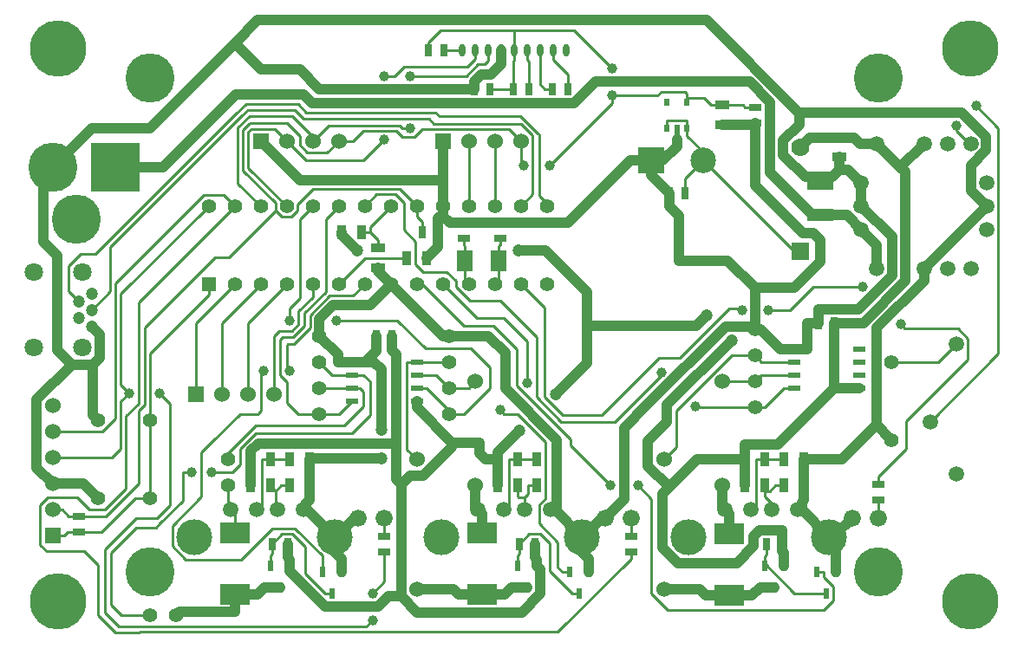
<source format=gbl>
G04 (created by PCBNEW (2013-07-07 BZR 4022)-stable) date 2015/05/31 23:09:02*
%MOIN*%
G04 Gerber Fmt 3.4, Leading zero omitted, Abs format*
%FSLAX34Y34*%
G01*
G70*
G90*
G04 APERTURE LIST*
%ADD10C,0.00590551*%
%ADD11R,0.06X0.06*%
%ADD12C,0.06*%
%ADD13R,0.025X0.045*%
%ADD14R,0.1X0.05*%
%ADD15R,0.035X0.055*%
%ADD16C,0.055*%
%ADD17R,0.055X0.055*%
%ADD18R,0.02X0.03*%
%ADD19R,0.045X0.025*%
%ADD20R,0.1181X0.0787*%
%ADD21R,0.0236X0.0394*%
%ADD22C,0.0984252*%
%ADD23R,0.0984252X0.0984252*%
%ADD24C,0.0591*%
%ADD25C,0.137795*%
%ADD26R,0.045X0.02*%
%ADD27R,0.055X0.035*%
%ADD28R,0.06X0.08*%
%ADD29C,0.0590551*%
%ADD30C,0.189*%
%ADD31R,0.189X0.189*%
%ADD32O,0.023622X0.0472441*%
%ADD33C,0.066*%
%ADD34C,0.0472441*%
%ADD35C,0.0708661*%
%ADD36C,0.07*%
%ADD37R,0.07X0.07*%
%ADD38C,0.216535*%
%ADD39C,0.188976*%
%ADD40C,0.0393701*%
%ADD41C,0.0393701*%
%ADD42C,0.01*%
%ADD43C,0.0199921*%
G04 APERTURE END LIST*
G54D10*
G54D11*
X53250Y-19500D03*
G54D12*
X54250Y-19500D03*
X55250Y-19500D03*
X56250Y-19500D03*
G54D11*
X46250Y-19500D03*
G54D12*
X47250Y-19500D03*
X48250Y-19500D03*
X49250Y-19500D03*
G54D13*
X62550Y-21500D03*
X61950Y-21500D03*
X52450Y-23000D03*
X53050Y-23000D03*
G54D14*
X67750Y-22350D03*
X67750Y-21150D03*
G54D15*
X51875Y-24000D03*
X52625Y-24000D03*
G54D11*
X38250Y-34692D03*
G54D12*
X38250Y-33692D03*
X38250Y-32692D03*
X38250Y-31692D03*
X38250Y-30692D03*
X38250Y-29692D03*
G54D16*
X45250Y-25000D03*
X46250Y-25000D03*
X47250Y-25000D03*
X48250Y-25000D03*
X49250Y-25000D03*
X50250Y-25000D03*
X51250Y-25000D03*
X52250Y-25000D03*
X53250Y-25000D03*
X54250Y-25000D03*
X55250Y-25000D03*
X56250Y-25000D03*
X57250Y-25000D03*
G54D17*
X44250Y-25000D03*
G54D16*
X57250Y-22000D03*
X56250Y-22000D03*
X55250Y-22000D03*
X54250Y-22000D03*
X53250Y-22000D03*
X52250Y-22000D03*
X51250Y-22000D03*
X50250Y-22000D03*
X49250Y-22000D03*
X48250Y-22000D03*
X47250Y-22000D03*
X46250Y-22000D03*
X45250Y-22000D03*
X44250Y-22000D03*
G54D13*
X68300Y-26500D03*
X67700Y-26500D03*
G54D18*
X62625Y-19000D03*
X61875Y-19000D03*
X62625Y-18000D03*
X62250Y-19000D03*
X61875Y-18000D03*
G54D19*
X65250Y-18200D03*
X65250Y-18800D03*
X55450Y-23250D03*
X55450Y-22650D03*
X39250Y-34550D03*
X39250Y-33950D03*
X70000Y-32700D03*
X70000Y-33300D03*
G54D13*
X46700Y-35000D03*
X47300Y-35000D03*
X56200Y-35000D03*
X56800Y-35000D03*
X65700Y-35000D03*
X66300Y-35000D03*
G54D20*
X64250Y-36981D03*
X64250Y-34619D03*
G54D21*
X46625Y-35834D03*
X47000Y-36666D03*
X47375Y-35834D03*
X56125Y-35834D03*
X56500Y-36666D03*
X56875Y-35834D03*
X65625Y-35834D03*
X66000Y-36666D03*
X66375Y-35834D03*
X58125Y-36084D03*
X58500Y-36916D03*
X58875Y-36084D03*
X67625Y-36084D03*
X68000Y-36916D03*
X68375Y-36084D03*
X48625Y-36084D03*
X49000Y-36916D03*
X49375Y-36084D03*
G54D22*
X63250Y-20250D03*
G54D23*
X61250Y-20250D03*
G54D24*
X47900Y-33692D03*
X46900Y-33692D03*
X46100Y-33692D03*
X45100Y-33692D03*
G54D25*
X49100Y-34742D03*
X43700Y-34742D03*
G54D24*
X57400Y-33692D03*
X56400Y-33692D03*
X55600Y-33692D03*
X54600Y-33692D03*
G54D25*
X58600Y-34742D03*
X53200Y-34742D03*
G54D24*
X66900Y-33692D03*
X65900Y-33692D03*
X65100Y-33692D03*
X64100Y-33692D03*
G54D25*
X68100Y-34742D03*
X62700Y-34742D03*
G54D11*
X43750Y-29250D03*
G54D12*
X44750Y-29250D03*
X45750Y-29250D03*
X46750Y-29250D03*
G54D19*
X51000Y-35300D03*
X51000Y-34700D03*
X60500Y-35300D03*
X60500Y-34700D03*
G54D26*
X69250Y-29000D03*
X69250Y-28500D03*
X69250Y-28000D03*
X69250Y-27500D03*
X66750Y-27500D03*
X66750Y-28000D03*
X66750Y-28500D03*
X66750Y-29000D03*
G54D13*
X51300Y-27000D03*
X50700Y-27000D03*
G54D26*
X52250Y-29500D03*
X52250Y-29000D03*
X52250Y-28500D03*
X52250Y-28000D03*
X49750Y-28000D03*
X49750Y-28500D03*
X49750Y-29000D03*
X49750Y-29500D03*
G54D27*
X68500Y-19375D03*
X68500Y-20125D03*
X64000Y-18125D03*
X64000Y-18875D03*
G54D19*
X54050Y-23250D03*
X54050Y-22650D03*
G54D20*
X45250Y-36931D03*
X45250Y-34569D03*
X54750Y-36931D03*
X54750Y-34569D03*
G54D28*
X54100Y-24100D03*
X55400Y-24100D03*
G54D29*
X72000Y-30303D03*
X73000Y-32303D03*
X73000Y-27303D03*
G54D13*
X52700Y-16000D03*
X53300Y-16000D03*
X55950Y-17500D03*
X56550Y-17500D03*
X57450Y-17500D03*
X58050Y-17500D03*
X54450Y-17500D03*
X55050Y-17500D03*
G54D30*
X38250Y-20500D03*
G54D31*
X40650Y-20500D03*
G54D30*
X39150Y-22500D03*
G54D32*
X54000Y-16000D03*
X54500Y-16000D03*
X55000Y-16000D03*
X55500Y-16000D03*
X56000Y-16000D03*
X56500Y-16000D03*
X57000Y-16000D03*
X57500Y-16000D03*
X58000Y-16000D03*
G54D33*
X60500Y-34000D03*
X59500Y-34000D03*
X51000Y-34000D03*
X50000Y-34000D03*
X70000Y-34000D03*
X69000Y-34000D03*
G54D16*
X70500Y-31000D03*
X70500Y-28000D03*
G54D34*
X39750Y-26000D03*
G54D35*
X39395Y-27456D03*
X39395Y-24543D03*
G54D34*
X39750Y-25370D03*
X39277Y-25685D03*
X39277Y-26314D03*
X39750Y-26629D03*
G54D35*
X37525Y-24543D03*
X37525Y-27456D03*
G54D29*
X69348Y-22901D03*
X71750Y-24401D03*
X72651Y-24401D03*
X73553Y-24401D03*
X69348Y-22000D03*
X69946Y-19598D03*
X71750Y-19598D03*
X72651Y-19598D03*
X73553Y-19598D03*
X74151Y-22901D03*
X74151Y-22000D03*
X74151Y-21098D03*
X69348Y-21098D03*
X69946Y-24401D03*
G54D36*
X67000Y-19750D03*
G54D37*
X67000Y-23750D03*
G54D15*
X64875Y-32750D03*
X65625Y-32750D03*
X55375Y-31750D03*
X56125Y-31750D03*
X55375Y-32750D03*
X56125Y-32750D03*
X47375Y-32750D03*
X48125Y-32750D03*
X47375Y-31750D03*
X48125Y-31750D03*
X64875Y-31750D03*
X65625Y-31750D03*
X56875Y-32750D03*
X57625Y-32750D03*
X56875Y-31750D03*
X57625Y-31750D03*
X66375Y-32750D03*
X67125Y-32750D03*
X66375Y-31750D03*
X67125Y-31750D03*
X45875Y-31750D03*
X46625Y-31750D03*
X45875Y-32750D03*
X46625Y-32750D03*
G54D16*
X40000Y-30250D03*
X42000Y-30250D03*
X40000Y-33250D03*
X42000Y-33250D03*
G54D15*
X49375Y-23000D03*
X50125Y-23000D03*
G54D27*
X50750Y-23625D03*
X50750Y-24375D03*
G54D16*
X53500Y-29000D03*
X53500Y-30000D03*
X48500Y-29000D03*
X48500Y-30000D03*
X65250Y-27750D03*
X65250Y-26750D03*
X65250Y-28750D03*
X65250Y-29750D03*
X53500Y-28000D03*
X53500Y-27000D03*
X48500Y-28000D03*
X48500Y-27000D03*
X45000Y-32750D03*
X45000Y-31750D03*
X43000Y-37750D03*
X42000Y-37750D03*
G54D12*
X64000Y-32750D03*
X64000Y-28750D03*
X54500Y-32750D03*
X54500Y-28750D03*
X52250Y-36750D03*
X52250Y-31750D03*
X61750Y-36750D03*
X61750Y-31750D03*
G54D38*
X73519Y-15956D03*
X73519Y-37216D03*
X38480Y-37216D03*
X38480Y-15956D03*
G54D39*
X42000Y-36086D03*
X70000Y-36086D03*
X70000Y-17086D03*
X42000Y-17086D03*
G54D34*
X56150Y-23700D03*
X49950Y-23700D03*
X64352Y-27163D03*
X63400Y-26200D03*
X56200Y-30650D03*
X57600Y-29250D03*
X50900Y-30600D03*
X50900Y-31700D03*
G54D40*
X59700Y-32750D03*
X60750Y-32750D03*
X70850Y-26550D03*
X69400Y-25100D03*
X64750Y-26000D03*
X65750Y-26000D03*
X56500Y-28800D03*
X55450Y-29850D03*
X47350Y-28350D03*
X46350Y-28350D03*
X50550Y-37950D03*
X50550Y-36900D03*
X42350Y-29200D03*
X41200Y-29200D03*
X52000Y-19000D03*
X52000Y-17000D03*
X51000Y-19450D03*
X51000Y-17000D03*
X43600Y-32250D03*
X44350Y-32250D03*
X49150Y-26400D03*
X47350Y-26400D03*
X73750Y-18150D03*
X73000Y-18900D03*
X61650Y-28400D03*
X62950Y-29700D03*
X59750Y-16700D03*
X59750Y-17750D03*
X57350Y-20450D03*
X56350Y-20450D03*
G54D41*
X58800Y-26600D02*
X58800Y-25300D01*
X58800Y-25300D02*
X57200Y-23700D01*
X45875Y-31750D02*
X45875Y-31425D01*
X51450Y-31150D02*
X51450Y-31100D01*
X46150Y-31150D02*
X51450Y-31150D01*
X45875Y-31425D02*
X46150Y-31150D01*
X51300Y-27000D02*
X51300Y-27550D01*
X51300Y-27550D02*
X51450Y-27700D01*
X51450Y-27700D02*
X51450Y-31100D01*
X51450Y-32500D02*
X51660Y-32710D01*
X51450Y-31100D02*
X51450Y-32500D01*
X49375Y-23000D02*
X49375Y-23125D01*
X56150Y-23700D02*
X57200Y-23700D01*
X49375Y-23125D02*
X49950Y-23700D01*
X64352Y-27163D02*
X61872Y-29643D01*
X61872Y-29643D02*
X61872Y-30328D01*
X61872Y-30328D02*
X61148Y-31051D01*
X61148Y-31051D02*
X61148Y-32002D01*
X61961Y-32815D02*
X61148Y-32002D01*
X63000Y-26600D02*
X58800Y-26600D01*
X63400Y-26200D02*
X63000Y-26600D01*
X55375Y-31750D02*
X55375Y-31475D01*
X55375Y-31475D02*
X56200Y-30650D01*
X57600Y-29250D02*
X58800Y-28050D01*
X58800Y-28050D02*
X58800Y-26600D01*
X69295Y-19598D02*
X69071Y-19375D01*
X69946Y-19598D02*
X69295Y-19598D01*
X68500Y-19375D02*
X69071Y-19375D01*
X69250Y-29000D02*
X68728Y-29000D01*
X66375Y-35834D02*
X66375Y-35340D01*
X56800Y-35000D02*
X56800Y-35521D01*
X47300Y-35000D02*
X47300Y-35521D01*
X55375Y-32750D02*
X55375Y-31750D01*
X64875Y-32750D02*
X64875Y-31750D01*
X66300Y-35265D02*
X66300Y-35000D01*
X66375Y-35340D02*
X66300Y-35265D01*
X66300Y-35000D02*
X66300Y-34478D01*
X66300Y-34478D02*
X65449Y-34478D01*
X65449Y-34478D02*
X65210Y-34717D01*
X65210Y-34717D02*
X65210Y-35087D01*
X65210Y-35087D02*
X64564Y-35732D01*
X64564Y-35732D02*
X62294Y-35732D01*
X62294Y-35732D02*
X61712Y-35150D01*
X61712Y-35150D02*
X61712Y-33064D01*
X61712Y-33064D02*
X61961Y-32815D01*
X64875Y-31750D02*
X64875Y-31178D01*
X68300Y-26760D02*
X68300Y-27021D01*
X68300Y-26760D02*
X68300Y-26500D01*
X68300Y-26500D02*
X68721Y-26500D01*
X68300Y-29000D02*
X68300Y-27021D01*
X68300Y-29000D02*
X68728Y-29000D01*
X64875Y-31750D02*
X64403Y-31750D01*
X64403Y-31750D02*
X63026Y-31750D01*
X63026Y-31750D02*
X61961Y-32815D01*
X55375Y-31750D02*
X54903Y-31750D01*
X54680Y-31101D02*
X54680Y-31527D01*
X54680Y-31527D02*
X54903Y-31750D01*
X67375Y-19375D02*
X68500Y-19375D01*
X67000Y-19750D02*
X67375Y-19375D01*
X66121Y-31178D02*
X64875Y-31178D01*
X68300Y-29000D02*
X66121Y-31178D01*
X45875Y-32750D02*
X45875Y-31750D01*
X53598Y-31101D02*
X54680Y-31101D01*
X52250Y-29753D02*
X53598Y-31101D01*
X52250Y-29500D02*
X52250Y-29753D01*
X56875Y-35596D02*
X56875Y-35834D01*
X56800Y-35521D02*
X56875Y-35596D01*
X52507Y-32363D02*
X52007Y-32363D01*
X51660Y-32710D02*
X52007Y-32363D01*
X53598Y-31101D02*
X53598Y-31272D01*
X53598Y-31272D02*
X52507Y-32363D01*
X47375Y-35596D02*
X47375Y-35834D01*
X47300Y-35521D02*
X47375Y-35596D01*
X51158Y-37008D02*
X51651Y-37008D01*
X50756Y-37410D02*
X51158Y-37008D01*
X48731Y-37410D02*
X50756Y-37410D01*
X47375Y-36053D02*
X48731Y-37410D01*
X47375Y-35834D02*
X47375Y-36053D01*
X52274Y-37630D02*
X51651Y-37008D01*
X56288Y-37630D02*
X52274Y-37630D01*
X57005Y-36914D02*
X56288Y-37630D01*
X57005Y-35964D02*
X57005Y-36914D01*
X56875Y-35834D02*
X57005Y-35964D01*
X51651Y-32719D02*
X51660Y-32710D01*
X51651Y-37008D02*
X51651Y-32719D01*
X70848Y-20500D02*
X71750Y-19598D01*
X71036Y-20687D02*
X70848Y-20500D01*
X71036Y-24883D02*
X71036Y-20687D01*
X69420Y-26500D02*
X71036Y-24883D01*
X68721Y-26500D02*
X69420Y-26500D01*
X70848Y-20500D02*
X69946Y-19598D01*
X45693Y-36930D02*
X46137Y-36930D01*
X45250Y-37621D02*
X43128Y-37621D01*
X43128Y-37621D02*
X43000Y-37750D01*
X45250Y-36930D02*
X45250Y-37621D01*
X46137Y-36930D02*
X46402Y-36665D01*
X46402Y-36665D02*
X47000Y-36665D01*
X45693Y-36930D02*
X45250Y-36930D01*
G54D42*
X45250Y-33842D02*
X45250Y-34569D01*
X45100Y-33692D02*
X45250Y-33842D01*
X45000Y-33592D02*
X45100Y-33692D01*
X45000Y-32750D02*
X45000Y-33592D01*
G54D41*
X55902Y-36665D02*
X55637Y-36930D01*
X56500Y-36665D02*
X55902Y-36665D01*
X54750Y-36930D02*
X55637Y-36930D01*
X53681Y-36750D02*
X53862Y-36930D01*
X52250Y-36750D02*
X53681Y-36750D01*
X54750Y-36930D02*
X53862Y-36930D01*
X54500Y-33592D02*
X54600Y-33692D01*
X54500Y-32750D02*
X54500Y-33592D01*
X54750Y-33842D02*
X54750Y-34569D01*
X54600Y-33692D02*
X54750Y-33842D01*
X65452Y-36665D02*
X65137Y-36980D01*
X66000Y-36665D02*
X65452Y-36665D01*
X64250Y-36980D02*
X65137Y-36980D01*
X63131Y-36750D02*
X63362Y-36980D01*
X61750Y-36750D02*
X63131Y-36750D01*
X64250Y-36980D02*
X63362Y-36980D01*
X64000Y-33592D02*
X64100Y-33692D01*
X64000Y-32750D02*
X64000Y-33592D01*
X64250Y-33842D02*
X64250Y-34619D01*
X64100Y-33692D02*
X64250Y-33842D01*
X51450Y-18031D02*
X48231Y-18031D01*
X48231Y-18031D02*
X47900Y-17700D01*
X42500Y-20500D02*
X40650Y-20500D01*
X47900Y-17700D02*
X45300Y-17700D01*
X45300Y-17700D02*
X42500Y-20500D01*
X58596Y-17746D02*
X58603Y-17746D01*
X67476Y-22350D02*
X65843Y-20717D01*
X65843Y-20717D02*
X65843Y-17996D01*
X65843Y-17996D02*
X65068Y-17221D01*
X67476Y-22350D02*
X67750Y-22350D01*
X59128Y-17221D02*
X65068Y-17221D01*
X58603Y-17746D02*
X59128Y-17221D01*
X58312Y-18031D02*
X51450Y-18031D01*
X51450Y-18031D02*
X51000Y-18031D01*
X51000Y-18031D02*
X50975Y-18031D01*
X58598Y-17745D02*
X58596Y-17746D01*
X58596Y-17746D02*
X58312Y-18031D01*
X67750Y-22350D02*
X68796Y-22350D01*
X68796Y-22350D02*
X69348Y-22901D01*
X69946Y-23500D02*
X69348Y-22901D01*
X69946Y-24401D02*
X69946Y-23500D01*
X51650Y-17500D02*
X48500Y-17500D01*
X48500Y-17500D02*
X47750Y-16750D01*
X46250Y-19500D02*
X47750Y-21000D01*
X47750Y-21000D02*
X53250Y-21000D01*
X46800Y-16750D02*
X46250Y-16750D01*
X46250Y-16750D02*
X45250Y-15750D01*
X41150Y-19000D02*
X42000Y-19000D01*
X42000Y-19000D02*
X45250Y-15750D01*
X46143Y-14856D02*
X47493Y-14856D01*
X63404Y-14856D02*
X55733Y-14856D01*
X66948Y-18401D02*
X63404Y-14856D01*
X55733Y-14856D02*
X47493Y-14856D01*
X45250Y-15750D02*
X46143Y-14856D01*
X50900Y-31700D02*
X48175Y-31700D01*
X50606Y-28000D02*
X50900Y-28293D01*
X50900Y-28293D02*
X50900Y-30600D01*
X49750Y-28000D02*
X50606Y-28000D01*
X48175Y-31700D02*
X48125Y-31750D01*
X61250Y-20250D02*
X61250Y-20800D01*
X61250Y-20800D02*
X61950Y-21500D01*
X48500Y-27000D02*
X48500Y-26340D01*
X50453Y-25796D02*
X51250Y-25000D01*
X49043Y-25796D02*
X50453Y-25796D01*
X48500Y-26340D02*
X49043Y-25796D01*
X66948Y-18401D02*
X73204Y-18401D01*
X73204Y-18401D02*
X74148Y-19344D01*
X65250Y-18800D02*
X65250Y-21200D01*
X66750Y-25150D02*
X65250Y-25150D01*
X67750Y-24150D02*
X66750Y-25150D01*
X67750Y-23300D02*
X67750Y-24150D01*
X67500Y-23050D02*
X67750Y-23300D01*
X67100Y-23050D02*
X67500Y-23050D01*
X65250Y-21200D02*
X67100Y-23050D01*
X64000Y-18875D02*
X65175Y-18875D01*
X65175Y-18875D02*
X65250Y-18800D01*
X39750Y-19000D02*
X38250Y-20500D01*
X41150Y-19000D02*
X39750Y-19000D01*
X54450Y-17500D02*
X51650Y-17500D01*
X47750Y-16750D02*
X46800Y-16750D01*
X53500Y-27000D02*
X55000Y-27000D01*
X55650Y-27650D02*
X55650Y-29026D01*
X55000Y-27000D02*
X55650Y-27650D01*
X62323Y-24116D02*
X64216Y-24116D01*
X62323Y-22395D02*
X62323Y-24116D01*
X64216Y-24116D02*
X65250Y-25150D01*
X61950Y-21500D02*
X61950Y-22021D01*
X61950Y-22021D02*
X62323Y-22395D01*
X65250Y-25150D02*
X65250Y-26750D01*
X60220Y-31050D02*
X60220Y-30532D01*
X64251Y-26630D02*
X65130Y-26630D01*
X65130Y-26630D02*
X65250Y-26750D01*
X60220Y-32750D02*
X60220Y-31050D01*
X61108Y-29644D02*
X64122Y-26630D01*
X64122Y-26630D02*
X64251Y-26630D01*
X60220Y-30532D02*
X61108Y-29644D01*
X60220Y-32750D02*
X60220Y-33279D01*
X60220Y-33279D02*
X59500Y-34000D01*
X58608Y-35324D02*
X58875Y-35590D01*
X58608Y-34742D02*
X58608Y-35324D01*
X49108Y-35324D02*
X49375Y-35590D01*
X49108Y-34742D02*
X49108Y-35324D01*
X48125Y-32750D02*
X48125Y-33321D01*
X49108Y-34742D02*
X49100Y-34742D01*
X58608Y-34742D02*
X58600Y-34742D01*
X53050Y-23000D02*
X53050Y-22478D01*
X48125Y-31750D02*
X48125Y-32750D01*
X53050Y-23575D02*
X53050Y-23000D01*
X52625Y-24000D02*
X53050Y-23575D01*
X47900Y-33692D02*
X47975Y-33617D01*
X47975Y-33471D02*
X48125Y-33321D01*
X47975Y-33617D02*
X47975Y-33471D01*
X54050Y-22650D02*
X53528Y-22650D01*
X53250Y-22000D02*
X53250Y-22401D01*
X53126Y-22401D02*
X53250Y-22401D01*
X53050Y-22478D02*
X53126Y-22401D01*
X53279Y-22401D02*
X53528Y-22650D01*
X53250Y-22401D02*
X53279Y-22401D01*
X49375Y-36084D02*
X49375Y-35590D01*
X66750Y-27500D02*
X67271Y-27500D01*
X49100Y-34742D02*
X47975Y-33617D01*
X57625Y-31750D02*
X57625Y-32750D01*
X57625Y-33617D02*
X57550Y-33692D01*
X57625Y-32750D02*
X57625Y-33617D01*
X57550Y-33692D02*
X57400Y-33692D01*
X58875Y-36084D02*
X58875Y-35590D01*
X49750Y-28000D02*
X50271Y-28000D01*
X49851Y-34000D02*
X49108Y-34742D01*
X50000Y-34000D02*
X49851Y-34000D01*
X67750Y-21150D02*
X67750Y-20876D01*
X74151Y-22000D02*
X71750Y-24401D01*
X67271Y-26506D02*
X67278Y-26500D01*
X67271Y-27500D02*
X67271Y-26506D01*
X58600Y-34742D02*
X57550Y-33692D01*
X57625Y-31750D02*
X57625Y-31178D01*
X57625Y-31178D02*
X57625Y-31001D01*
X57625Y-31001D02*
X55650Y-29026D01*
X59351Y-34000D02*
X58608Y-34742D01*
X59500Y-34000D02*
X59351Y-34000D01*
X50750Y-24500D02*
X51250Y-25000D01*
X50750Y-24375D02*
X50750Y-24500D01*
X53250Y-27000D02*
X53500Y-27000D01*
X51250Y-25000D02*
X53250Y-27000D01*
X49228Y-27728D02*
X49228Y-28000D01*
X48500Y-27000D02*
X49228Y-27728D01*
X49750Y-28000D02*
X49228Y-28000D01*
X54450Y-17239D02*
X54450Y-17500D01*
X66750Y-27500D02*
X66228Y-27500D01*
X65250Y-26750D02*
X65478Y-26750D01*
X65478Y-26750D02*
X66228Y-27500D01*
X40054Y-27856D02*
X39802Y-28108D01*
X40054Y-26934D02*
X40054Y-27856D01*
X39750Y-26629D02*
X40054Y-26934D01*
X39802Y-30052D02*
X40000Y-30250D01*
X39802Y-28108D02*
X39802Y-30052D01*
X39442Y-32692D02*
X38250Y-32692D01*
X40000Y-33250D02*
X39442Y-32692D01*
X54450Y-17239D02*
X54450Y-17219D01*
X38419Y-27542D02*
X38984Y-28108D01*
X38250Y-20500D02*
X37895Y-20854D01*
X37895Y-20854D02*
X37895Y-23390D01*
X37895Y-23390D02*
X38419Y-23914D01*
X38419Y-23914D02*
X38419Y-27542D01*
X38984Y-28108D02*
X39802Y-28108D01*
X37637Y-29455D02*
X38984Y-28108D01*
X37637Y-32080D02*
X37637Y-29455D01*
X38250Y-32692D02*
X37637Y-32080D01*
X50700Y-27571D02*
X50700Y-27000D01*
X50271Y-28000D02*
X50700Y-27571D01*
X54735Y-16933D02*
X54450Y-17219D01*
X55099Y-16933D02*
X54735Y-16933D01*
X55500Y-16533D02*
X55099Y-16933D01*
X55500Y-16000D02*
X55500Y-16533D01*
X70500Y-31000D02*
X69925Y-30425D01*
X69925Y-26693D02*
X69925Y-30425D01*
X71750Y-24868D02*
X69925Y-26693D01*
X71750Y-24401D02*
X71750Y-24868D01*
X68600Y-31750D02*
X67125Y-31750D01*
X69925Y-30425D02*
X68600Y-31750D01*
X66955Y-18408D02*
X66948Y-18401D01*
X66955Y-18872D02*
X66955Y-18408D01*
X74148Y-19847D02*
X74148Y-19344D01*
X74151Y-22000D02*
X73559Y-21407D01*
X73559Y-21407D02*
X73559Y-20435D01*
X73559Y-20435D02*
X74148Y-19847D01*
X61250Y-20250D02*
X61707Y-20250D01*
X68375Y-36084D02*
X68375Y-35590D01*
X68375Y-34742D02*
X68375Y-35590D01*
X68375Y-34625D02*
X68375Y-34742D01*
X69000Y-34000D02*
X68375Y-34625D01*
X68375Y-34742D02*
X68100Y-34742D01*
X54050Y-22650D02*
X55450Y-22650D01*
X58060Y-22650D02*
X60460Y-20250D01*
X55450Y-22650D02*
X58060Y-22650D01*
X61250Y-20250D02*
X60460Y-20250D01*
X66900Y-33692D02*
X67050Y-33692D01*
X67050Y-33692D02*
X68100Y-34742D01*
X67125Y-31750D02*
X67125Y-32750D01*
X67050Y-33396D02*
X67050Y-33692D01*
X67125Y-33321D02*
X67050Y-33396D01*
X67125Y-32750D02*
X67125Y-33321D01*
X60220Y-32789D02*
X60220Y-32750D01*
G54D43*
X62250Y-19447D02*
X62250Y-19000D01*
G54D41*
X62250Y-19707D02*
X61707Y-20250D01*
X62250Y-19447D02*
X62250Y-19707D01*
X53250Y-22000D02*
X53250Y-21000D01*
X53250Y-21000D02*
X53250Y-20316D01*
X53250Y-20316D02*
X53250Y-19500D01*
X69348Y-21098D02*
X69348Y-22000D01*
X68846Y-20596D02*
X68500Y-20596D01*
X69348Y-21098D02*
X68846Y-20596D01*
X70542Y-23194D02*
X69348Y-22000D01*
X70542Y-24679D02*
X70542Y-23194D01*
X69243Y-25978D02*
X70542Y-24679D01*
X67700Y-25978D02*
X69243Y-25978D01*
X67700Y-26500D02*
X67700Y-25978D01*
X68500Y-20125D02*
X68500Y-20596D01*
X67700Y-26500D02*
X67278Y-26500D01*
X67192Y-20876D02*
X67750Y-20876D01*
X66346Y-20029D02*
X67192Y-20876D01*
X66346Y-19482D02*
X66346Y-20029D01*
X66955Y-18872D02*
X66346Y-19482D01*
X68220Y-20876D02*
X68500Y-20596D01*
X67750Y-20876D02*
X68220Y-20876D01*
G54D42*
X65900Y-33450D02*
X65625Y-33175D01*
X65900Y-33692D02*
X65900Y-33450D01*
X65625Y-32750D02*
X65625Y-32962D01*
X65625Y-32962D02*
X65625Y-33175D01*
X65837Y-32962D02*
X66049Y-32750D01*
X65625Y-32962D02*
X65837Y-32962D01*
X66375Y-32750D02*
X66049Y-32750D01*
X66750Y-28500D02*
X66374Y-28500D01*
X65250Y-28750D02*
X64000Y-28750D01*
X65500Y-28500D02*
X66374Y-28500D01*
X65250Y-28750D02*
X65500Y-28500D01*
X49000Y-36915D02*
X48731Y-36915D01*
X47081Y-34618D02*
X46700Y-35000D01*
X47483Y-34618D02*
X47081Y-34618D01*
X47977Y-35113D02*
X47483Y-34618D01*
X47977Y-36161D02*
X47977Y-35113D01*
X48731Y-36915D02*
X47977Y-36161D01*
X46625Y-35450D02*
X46625Y-35834D01*
X46700Y-35375D02*
X46625Y-35450D01*
X46700Y-35000D02*
X46700Y-35375D01*
X48750Y-24900D02*
X48750Y-25317D01*
X47949Y-26600D02*
X47500Y-27050D01*
X47949Y-26117D02*
X47949Y-26600D01*
X48750Y-25317D02*
X47949Y-26117D01*
X48750Y-22500D02*
X49250Y-22000D01*
X48750Y-24900D02*
X48750Y-22500D01*
X48500Y-30000D02*
X49250Y-30000D01*
X49250Y-30000D02*
X49750Y-29500D01*
X47275Y-28775D02*
X47275Y-29575D01*
X47500Y-27050D02*
X47100Y-27050D01*
X47100Y-27050D02*
X47000Y-27150D01*
X47000Y-27150D02*
X47000Y-28500D01*
X47000Y-28500D02*
X47275Y-28775D01*
X47275Y-29575D02*
X47700Y-30000D01*
X47700Y-30000D02*
X48500Y-30000D01*
X49550Y-30350D02*
X49450Y-30450D01*
X45000Y-31500D02*
X45000Y-31750D01*
X46050Y-30450D02*
X45000Y-31500D01*
X49450Y-30450D02*
X46050Y-30450D01*
X49750Y-29000D02*
X50050Y-29000D01*
X50050Y-29000D02*
X50200Y-29150D01*
X50200Y-29150D02*
X50200Y-29700D01*
X50200Y-29700D02*
X49550Y-30350D01*
X48500Y-29000D02*
X49750Y-29000D01*
X50450Y-22799D02*
X50450Y-23000D01*
X51250Y-22000D02*
X50450Y-22799D01*
X50125Y-23000D02*
X50450Y-23000D01*
X50750Y-23299D02*
X50450Y-23000D01*
X50750Y-23625D02*
X50750Y-23299D01*
X56125Y-32750D02*
X56125Y-33175D01*
X56174Y-33225D02*
X56125Y-33175D01*
X56400Y-33225D02*
X56174Y-33225D01*
X56549Y-33075D02*
X56400Y-33225D01*
X56549Y-32750D02*
X56549Y-33075D01*
X56400Y-33225D02*
X56400Y-33692D01*
X56875Y-32750D02*
X56549Y-32750D01*
X56125Y-31750D02*
X56875Y-31750D01*
X55799Y-33493D02*
X55799Y-31750D01*
X55600Y-33692D02*
X55799Y-33493D01*
X56125Y-31750D02*
X55799Y-31750D01*
X53500Y-28000D02*
X52250Y-28000D01*
X51874Y-31374D02*
X51874Y-28000D01*
X52250Y-31750D02*
X51874Y-31374D01*
X52250Y-28000D02*
X51874Y-28000D01*
X61269Y-36915D02*
X61269Y-33269D01*
X67893Y-36269D02*
X68268Y-36644D01*
X68268Y-36644D02*
X68268Y-37177D01*
X68268Y-37177D02*
X67914Y-37531D01*
X67914Y-37531D02*
X61885Y-37531D01*
X61885Y-37531D02*
X61269Y-36915D01*
X67625Y-36084D02*
X67893Y-36084D01*
X67893Y-36084D02*
X67893Y-36269D01*
X58175Y-31225D02*
X58175Y-30975D01*
X59700Y-32750D02*
X58175Y-31225D01*
X61269Y-33269D02*
X60750Y-32750D01*
X52250Y-25000D02*
X52450Y-25000D01*
X56100Y-28900D02*
X58175Y-30975D01*
X58175Y-30975D02*
X58179Y-30979D01*
X52450Y-25000D02*
X54050Y-26600D01*
X54050Y-26600D02*
X55200Y-26600D01*
X55200Y-26600D02*
X56100Y-27500D01*
X56100Y-27500D02*
X56100Y-28900D01*
X65299Y-33493D02*
X65299Y-31750D01*
X65100Y-33692D02*
X65299Y-33493D01*
X65625Y-31750D02*
X65299Y-31750D01*
X66375Y-31750D02*
X65625Y-31750D01*
X51350Y-18398D02*
X47998Y-18398D01*
X47998Y-18398D02*
X47686Y-18086D01*
X45686Y-18086D02*
X47686Y-18086D01*
X45311Y-18461D02*
X45311Y-18461D01*
X45686Y-18086D02*
X45311Y-18461D01*
X38874Y-25281D02*
X39277Y-25685D01*
X38874Y-24324D02*
X38874Y-25281D01*
X39340Y-23857D02*
X38874Y-24324D01*
X39914Y-23857D02*
X39340Y-23857D01*
X45311Y-18461D02*
X39914Y-23857D01*
X51350Y-18398D02*
X52979Y-18398D01*
X56900Y-19202D02*
X56246Y-18549D01*
X56246Y-18549D02*
X53200Y-18549D01*
X57250Y-21900D02*
X56950Y-21600D01*
X56950Y-21600D02*
X56950Y-19250D01*
X56950Y-19250D02*
X56900Y-19200D01*
X56900Y-19200D02*
X56900Y-19202D01*
X57250Y-22000D02*
X57250Y-21900D01*
X52979Y-18398D02*
X53130Y-18549D01*
X53130Y-18549D02*
X53199Y-18549D01*
X53199Y-18549D02*
X53200Y-18550D01*
X53200Y-18550D02*
X53200Y-18549D01*
X65750Y-26000D02*
X66600Y-26000D01*
X71011Y-26711D02*
X73051Y-26711D01*
X70850Y-26550D02*
X71011Y-26711D01*
X67500Y-25100D02*
X69400Y-25100D01*
X66600Y-26000D02*
X67500Y-25100D01*
X57150Y-29350D02*
X57150Y-25900D01*
X59750Y-29650D02*
X59350Y-30050D01*
X59350Y-30050D02*
X57850Y-30050D01*
X57850Y-30050D02*
X57150Y-29350D01*
X73051Y-26711D02*
X73446Y-27107D01*
X73446Y-27107D02*
X73446Y-27902D01*
X73446Y-27902D02*
X71074Y-30274D01*
X71074Y-30274D02*
X71074Y-31350D01*
X71074Y-31350D02*
X70000Y-32424D01*
X70000Y-32700D02*
X70000Y-32424D01*
X61550Y-27850D02*
X60550Y-28850D01*
X62350Y-27850D02*
X61550Y-27850D01*
X64250Y-25950D02*
X62350Y-27850D01*
X64700Y-25950D02*
X64250Y-25950D01*
X64750Y-26000D02*
X64700Y-25950D01*
X60550Y-28850D02*
X59750Y-29650D01*
X57150Y-25900D02*
X56250Y-25000D01*
X55250Y-22000D02*
X55250Y-19500D01*
X54250Y-22000D02*
X54250Y-19500D01*
X53250Y-25000D02*
X54550Y-26300D01*
X56500Y-27200D02*
X56500Y-28800D01*
X55600Y-26300D02*
X56500Y-27200D01*
X54550Y-26300D02*
X55600Y-26300D01*
X55608Y-30008D02*
X56141Y-30008D01*
X57200Y-31407D02*
X57200Y-31100D01*
X58125Y-36084D02*
X57856Y-36084D01*
X57856Y-36084D02*
X57670Y-35897D01*
X57670Y-35897D02*
X57670Y-34933D01*
X57670Y-34933D02*
X56950Y-34212D01*
X56950Y-34212D02*
X56950Y-33497D01*
X56950Y-33497D02*
X57200Y-33247D01*
X57200Y-33247D02*
X57200Y-31407D01*
X57200Y-31066D02*
X56141Y-30008D01*
X57200Y-31100D02*
X57200Y-31066D01*
X55450Y-29850D02*
X55608Y-30008D01*
X43975Y-33175D02*
X43975Y-31475D01*
X43975Y-31475D02*
X44400Y-31050D01*
X46150Y-30000D02*
X46150Y-29995D01*
X46145Y-30000D02*
X46150Y-30000D01*
X45450Y-30000D02*
X46145Y-30000D01*
X44400Y-31050D02*
X45450Y-30000D01*
X47250Y-27350D02*
X47250Y-28250D01*
X47250Y-28250D02*
X47350Y-28350D01*
X46350Y-28350D02*
X46250Y-28450D01*
X46250Y-28450D02*
X46250Y-29895D01*
X46250Y-29895D02*
X46150Y-29995D01*
X48150Y-26200D02*
X48900Y-25450D01*
X48150Y-26200D02*
X48150Y-26682D01*
X48150Y-26682D02*
X47791Y-27041D01*
X47532Y-27300D02*
X47300Y-27300D01*
X47791Y-27041D02*
X47532Y-27300D01*
X47300Y-27300D02*
X47250Y-27350D01*
X48625Y-36084D02*
X48625Y-35456D01*
X48625Y-35456D02*
X47572Y-34403D01*
X47572Y-34403D02*
X46699Y-34403D01*
X46699Y-34403D02*
X45498Y-35604D01*
X45498Y-35604D02*
X43375Y-35604D01*
X43375Y-35604D02*
X42852Y-35081D01*
X42852Y-35081D02*
X42852Y-34600D01*
X42852Y-34297D02*
X43975Y-33175D01*
X42852Y-34600D02*
X42852Y-34297D01*
X50250Y-25000D02*
X49800Y-25450D01*
X49800Y-25450D02*
X48900Y-25450D01*
X48900Y-25450D02*
X49800Y-25450D01*
X43750Y-29250D02*
X43750Y-28799D01*
X43750Y-28799D02*
X43750Y-26500D01*
X43750Y-26500D02*
X45250Y-25000D01*
X44750Y-26500D02*
X44750Y-29250D01*
X46250Y-25000D02*
X44750Y-26500D01*
X45750Y-29250D02*
X45750Y-26500D01*
X45750Y-26500D02*
X47250Y-25000D01*
X46750Y-27000D02*
X46750Y-29250D01*
X47700Y-26550D02*
X47450Y-26800D01*
X47700Y-26050D02*
X47700Y-26550D01*
X48250Y-25500D02*
X47700Y-26050D01*
X47450Y-26800D02*
X46950Y-26800D01*
X48250Y-25500D02*
X48250Y-25000D01*
X46950Y-26800D02*
X46750Y-27000D01*
X39437Y-34550D02*
X39625Y-34550D01*
X39437Y-34550D02*
X39250Y-34550D01*
X38843Y-34550D02*
X38700Y-34692D01*
X39250Y-34550D02*
X38843Y-34550D01*
X38250Y-34692D02*
X38700Y-34692D01*
X40134Y-34550D02*
X39625Y-34550D01*
X41434Y-33250D02*
X40134Y-34550D01*
X42000Y-33250D02*
X41434Y-33250D01*
X42000Y-33250D02*
X42000Y-30250D01*
X44250Y-25000D02*
X44250Y-25425D01*
X42000Y-27675D02*
X44250Y-25425D01*
X42000Y-30250D02*
X42000Y-27675D01*
X40250Y-36350D02*
X40250Y-35200D01*
X41450Y-34000D02*
X42250Y-34000D01*
X40250Y-35200D02*
X41450Y-34000D01*
X42400Y-38194D02*
X50305Y-38194D01*
X50305Y-38194D02*
X50550Y-37950D01*
X40794Y-38194D02*
X42400Y-38194D01*
X40250Y-37650D02*
X40794Y-38194D01*
X40250Y-36350D02*
X40250Y-37650D01*
X51000Y-35300D02*
X51000Y-36450D01*
X51000Y-36450D02*
X50550Y-36900D01*
X41200Y-29200D02*
X41000Y-29000D01*
X40999Y-29000D02*
X40873Y-28874D01*
X41000Y-29000D02*
X40999Y-29000D01*
X40873Y-28874D02*
X40873Y-28874D01*
X40873Y-28874D02*
X40873Y-28874D01*
X40873Y-30250D02*
X40873Y-29526D01*
X40873Y-29526D02*
X41200Y-29200D01*
X42250Y-34000D02*
X42750Y-33500D01*
X42750Y-33500D02*
X42750Y-29600D01*
X42750Y-29600D02*
X42350Y-29200D01*
X40534Y-31692D02*
X38250Y-31692D01*
X40873Y-31353D02*
X40873Y-30250D01*
X40534Y-31692D02*
X40873Y-31353D01*
X40873Y-25376D02*
X44250Y-22000D01*
X40873Y-28874D02*
X40873Y-25376D01*
X66750Y-28000D02*
X66374Y-28000D01*
X65500Y-28000D02*
X66374Y-28000D01*
X65250Y-27750D02*
X65500Y-28000D01*
X64360Y-27750D02*
X65250Y-27750D01*
X62219Y-29890D02*
X64360Y-27750D01*
X62219Y-31280D02*
X62219Y-29890D01*
X61750Y-31750D02*
X62219Y-31280D01*
X50250Y-24000D02*
X51875Y-24000D01*
X49250Y-25000D02*
X50250Y-24000D01*
X55424Y-23525D02*
X55450Y-23525D01*
X55400Y-23549D02*
X55424Y-23525D01*
X55400Y-24100D02*
X55400Y-23549D01*
X55450Y-23250D02*
X55450Y-23525D01*
X55400Y-24850D02*
X55400Y-24100D01*
X55250Y-25000D02*
X55400Y-24850D01*
X38017Y-35282D02*
X39482Y-35282D01*
X41600Y-38400D02*
X41600Y-38394D01*
X40650Y-38400D02*
X41600Y-38400D01*
X40000Y-37750D02*
X40650Y-38400D01*
X40000Y-35800D02*
X40000Y-37750D01*
X39482Y-35282D02*
X40000Y-35800D01*
X44350Y-21574D02*
X44824Y-21574D01*
X44824Y-21574D02*
X45250Y-22000D01*
X41081Y-30350D02*
X41081Y-30068D01*
X41081Y-30350D02*
X41081Y-32863D01*
X41081Y-32863D02*
X40269Y-33675D01*
X40269Y-33675D02*
X39670Y-33675D01*
X39670Y-33675D02*
X39216Y-33221D01*
X39216Y-33221D02*
X38065Y-33221D01*
X38065Y-33221D02*
X37778Y-33507D01*
X37778Y-33507D02*
X37778Y-35043D01*
X37778Y-35043D02*
X38017Y-35282D01*
X41600Y-38394D02*
X57680Y-38394D01*
X57680Y-38394D02*
X60500Y-35575D01*
X60500Y-35300D02*
X60500Y-35575D01*
X41081Y-30068D02*
X41550Y-29600D01*
X41550Y-29600D02*
X41550Y-25700D01*
X41550Y-25700D02*
X45250Y-22000D01*
X44071Y-21574D02*
X44350Y-21574D01*
X40673Y-24971D02*
X44071Y-21574D01*
X40673Y-30195D02*
X40673Y-24971D01*
X40176Y-30692D02*
X40673Y-30195D01*
X38250Y-30692D02*
X40176Y-30692D01*
X56550Y-16436D02*
X56550Y-17500D01*
X56500Y-16386D02*
X56550Y-16436D01*
X56500Y-16000D02*
X56500Y-16386D01*
X57000Y-17325D02*
X57174Y-17500D01*
X57000Y-16000D02*
X57000Y-17325D01*
X57450Y-17500D02*
X57174Y-17500D01*
X57500Y-16000D02*
X57500Y-16386D01*
X58050Y-16936D02*
X57500Y-16386D01*
X58050Y-17500D02*
X58050Y-16936D01*
X58500Y-36915D02*
X58231Y-36915D01*
X56581Y-34618D02*
X56200Y-35000D01*
X56996Y-34618D02*
X56581Y-34618D01*
X57370Y-34992D02*
X56996Y-34618D01*
X57370Y-36054D02*
X57370Y-34992D01*
X57370Y-36054D02*
X57370Y-36054D01*
X58231Y-36915D02*
X57370Y-36054D01*
X56125Y-35450D02*
X56125Y-35834D01*
X56200Y-35375D02*
X56125Y-35450D01*
X56200Y-35000D02*
X56200Y-35375D01*
X54850Y-16550D02*
X54600Y-16550D01*
X54850Y-16550D02*
X55000Y-16400D01*
X55000Y-16000D02*
X55000Y-16400D01*
X51700Y-19000D02*
X51600Y-18900D01*
X51600Y-18900D02*
X48850Y-18900D01*
X48850Y-18900D02*
X48250Y-19500D01*
X52000Y-19000D02*
X51700Y-19000D01*
X54150Y-17000D02*
X52000Y-17000D01*
X54600Y-16550D02*
X54150Y-17000D01*
X45380Y-19000D02*
X45380Y-18989D01*
X45380Y-18989D02*
X45819Y-18550D01*
X48250Y-19500D02*
X48250Y-19350D01*
X48250Y-19350D02*
X47450Y-18550D01*
X47450Y-18550D02*
X45819Y-18550D01*
X45819Y-18550D02*
X45850Y-18550D01*
X45380Y-19000D02*
X45380Y-21130D01*
X46250Y-22000D02*
X45380Y-21130D01*
X45380Y-21130D02*
X45380Y-18989D01*
X51000Y-17000D02*
X51400Y-17000D01*
X54200Y-16650D02*
X54500Y-16350D01*
X51750Y-16650D02*
X54200Y-16650D01*
X51400Y-17000D02*
X51750Y-16650D01*
X48000Y-20250D02*
X50200Y-20250D01*
X50200Y-20250D02*
X51000Y-19450D01*
X47250Y-19500D02*
X48000Y-20250D01*
X54500Y-16350D02*
X54500Y-16000D01*
X46799Y-19049D02*
X47250Y-19500D01*
X45780Y-20530D02*
X47250Y-22000D01*
X45780Y-19155D02*
X45780Y-20530D01*
X45885Y-19049D02*
X45780Y-19155D01*
X46799Y-19049D02*
X45885Y-19049D01*
X53300Y-16000D02*
X54000Y-16000D01*
X47375Y-32750D02*
X47049Y-32750D01*
X46625Y-32750D02*
X46837Y-32962D01*
X46837Y-33630D02*
X46837Y-32962D01*
X46900Y-33692D02*
X46837Y-33630D01*
X46837Y-32962D02*
X47049Y-32750D01*
X47375Y-31750D02*
X46625Y-31750D01*
X46299Y-33493D02*
X46299Y-31750D01*
X46100Y-33692D02*
X46299Y-33493D01*
X46625Y-31750D02*
X46299Y-31750D01*
X42225Y-34375D02*
X41475Y-34375D01*
X40900Y-37750D02*
X42000Y-37750D01*
X40500Y-37350D02*
X40900Y-37750D01*
X40500Y-35350D02*
X40500Y-37350D01*
X41475Y-34375D02*
X40500Y-35350D01*
X44800Y-32250D02*
X44350Y-32250D01*
X50200Y-28500D02*
X50450Y-28750D01*
X50450Y-28750D02*
X50450Y-30050D01*
X50450Y-30050D02*
X49750Y-30750D01*
X49750Y-30750D02*
X46059Y-30750D01*
X46059Y-30750D02*
X45450Y-31359D01*
X45450Y-31359D02*
X45450Y-31950D01*
X45450Y-31950D02*
X45150Y-32250D01*
X45150Y-32250D02*
X44800Y-32250D01*
X49750Y-28500D02*
X50200Y-28500D01*
X43600Y-32250D02*
X43250Y-32250D01*
X43250Y-33350D02*
X43250Y-32250D01*
X42375Y-34225D02*
X42225Y-34375D01*
X42375Y-34225D02*
X43250Y-33350D01*
X49000Y-28500D02*
X49750Y-28500D01*
X48500Y-28000D02*
X49000Y-28500D01*
X51050Y-18650D02*
X47900Y-18650D01*
X45755Y-18300D02*
X45752Y-18302D01*
X47550Y-18300D02*
X45755Y-18300D01*
X47900Y-18650D02*
X47550Y-18300D01*
X56257Y-18842D02*
X52914Y-18842D01*
X56250Y-22000D02*
X56701Y-21548D01*
X56701Y-21548D02*
X56701Y-19287D01*
X56701Y-19287D02*
X56257Y-18842D01*
X45527Y-18527D02*
X40473Y-23581D01*
X45527Y-18527D02*
X45752Y-18302D01*
X40473Y-25276D02*
X39750Y-26000D01*
X40473Y-23581D02*
X40473Y-25276D01*
X51050Y-18650D02*
X52722Y-18650D01*
X52914Y-18842D02*
X52722Y-18650D01*
X72303Y-28000D02*
X73000Y-27303D01*
X70500Y-28000D02*
X72303Y-28000D01*
X60500Y-34000D02*
X60500Y-34700D01*
X47750Y-25250D02*
X47750Y-25550D01*
X47750Y-25250D02*
X47750Y-22500D01*
X48250Y-22000D02*
X47750Y-22500D01*
X54342Y-27492D02*
X55050Y-28200D01*
X55050Y-28200D02*
X55050Y-29000D01*
X55050Y-29000D02*
X54050Y-30000D01*
X54050Y-30000D02*
X53500Y-30000D01*
X52600Y-27492D02*
X54342Y-27492D01*
X51500Y-26400D02*
X52592Y-27492D01*
X49150Y-26400D02*
X51500Y-26400D01*
X47350Y-25950D02*
X47350Y-26400D01*
X47750Y-25550D02*
X47350Y-25950D01*
X52387Y-29000D02*
X52625Y-29000D01*
X52387Y-29000D02*
X52250Y-29000D01*
X53500Y-29874D02*
X53472Y-29846D01*
X53500Y-30000D02*
X53500Y-29874D01*
X53472Y-29846D02*
X52625Y-29000D01*
X51000Y-34000D02*
X51000Y-34700D01*
X73553Y-19598D02*
X73498Y-19598D01*
X74607Y-19298D02*
X74607Y-27695D01*
X74607Y-27695D02*
X72000Y-30303D01*
X74607Y-19007D02*
X74607Y-19298D01*
X73750Y-18150D02*
X74607Y-19007D01*
X73000Y-19100D02*
X73000Y-18900D01*
X73498Y-19598D02*
X73000Y-19100D01*
X70000Y-34000D02*
X70000Y-33300D01*
X67000Y-23750D02*
X66750Y-23750D01*
X66750Y-23750D02*
X63250Y-20250D01*
X62625Y-18699D02*
X61875Y-18699D01*
X62625Y-19000D02*
X62625Y-18699D01*
X61875Y-19000D02*
X61875Y-18699D01*
X62625Y-19000D02*
X62625Y-19300D01*
X63250Y-20250D02*
X63250Y-19925D01*
X63250Y-19925D02*
X62625Y-19300D01*
X62550Y-20950D02*
X62550Y-21500D01*
X63250Y-20250D02*
X62550Y-20950D01*
X54075Y-23525D02*
X54050Y-23525D01*
X54100Y-23549D02*
X54075Y-23525D01*
X54100Y-24100D02*
X54100Y-23549D01*
X54050Y-23250D02*
X54050Y-23525D01*
X54100Y-24850D02*
X54100Y-24100D01*
X54250Y-25000D02*
X54100Y-24850D01*
X54250Y-29000D02*
X54500Y-28750D01*
X53500Y-29000D02*
X54250Y-29000D01*
X53000Y-28500D02*
X52250Y-28500D01*
X53500Y-29000D02*
X53000Y-28500D01*
X65700Y-35411D02*
X65700Y-35000D01*
X65625Y-35486D02*
X65700Y-35411D01*
X65625Y-35660D02*
X65625Y-35687D01*
X65625Y-35660D02*
X65625Y-35486D01*
X65625Y-35834D02*
X65625Y-35760D01*
X65625Y-35760D02*
X65625Y-35687D01*
X66780Y-36915D02*
X65625Y-35760D01*
X68000Y-36915D02*
X66780Y-36915D01*
X56850Y-29350D02*
X56850Y-27050D01*
X55450Y-25650D02*
X54290Y-25650D01*
X56850Y-27050D02*
X55450Y-25650D01*
X61650Y-28400D02*
X61650Y-28500D01*
X57800Y-30300D02*
X56850Y-29350D01*
X59850Y-30300D02*
X57800Y-30300D01*
X61650Y-28500D02*
X59850Y-30300D01*
X53414Y-24549D02*
X53750Y-24884D01*
X53750Y-24884D02*
X53750Y-25109D01*
X53750Y-25109D02*
X54290Y-25650D01*
X50689Y-21560D02*
X50250Y-22000D01*
X50689Y-21560D02*
X51439Y-21560D01*
X51439Y-21560D02*
X51750Y-21870D01*
X51750Y-21870D02*
X51750Y-22925D01*
X51750Y-22925D02*
X52200Y-23375D01*
X52200Y-23375D02*
X52200Y-24247D01*
X52200Y-24247D02*
X52502Y-24549D01*
X52502Y-24549D02*
X53414Y-24549D01*
X65250Y-29750D02*
X63000Y-29750D01*
X63000Y-29750D02*
X62950Y-29700D01*
X66675Y-29000D02*
X66374Y-29000D01*
X66675Y-29000D02*
X66750Y-29000D01*
X65624Y-29750D02*
X65250Y-29750D01*
X66374Y-29000D02*
X65624Y-29750D01*
X49250Y-19500D02*
X49800Y-19500D01*
X51700Y-19350D02*
X52150Y-19350D01*
X51450Y-19100D02*
X51700Y-19350D01*
X50200Y-19100D02*
X51450Y-19100D01*
X49800Y-19500D02*
X50200Y-19100D01*
X47750Y-19300D02*
X47400Y-18950D01*
X45852Y-18800D02*
X45851Y-18801D01*
X47250Y-18800D02*
X45852Y-18800D01*
X47400Y-18950D02*
X47250Y-18800D01*
X52150Y-19350D02*
X52450Y-19049D01*
X59750Y-17750D02*
X61500Y-17750D01*
X62625Y-17675D02*
X62625Y-18000D01*
X62550Y-17600D02*
X62625Y-17675D01*
X61650Y-17600D02*
X62550Y-17600D01*
X61500Y-17750D02*
X61650Y-17600D01*
X59225Y-18575D02*
X59750Y-18050D01*
X57800Y-15250D02*
X56000Y-15250D01*
X58300Y-15250D02*
X57800Y-15250D01*
X59750Y-16700D02*
X58300Y-15250D01*
X59750Y-18050D02*
X59750Y-17750D01*
X57350Y-20450D02*
X59225Y-18575D01*
X59225Y-18575D02*
X59231Y-18568D01*
X56250Y-20350D02*
X56350Y-20450D01*
X56250Y-19500D02*
X56250Y-20350D01*
X41574Y-29950D02*
X41574Y-29875D01*
X41799Y-26672D02*
X44508Y-23964D01*
X41799Y-29650D02*
X41799Y-26672D01*
X41574Y-29875D02*
X41799Y-29650D01*
X52700Y-16000D02*
X52700Y-15700D01*
X53150Y-15250D02*
X55300Y-15250D01*
X52700Y-15700D02*
X53150Y-15250D01*
X56000Y-16000D02*
X56000Y-15250D01*
X56000Y-15250D02*
X56000Y-15300D01*
X56000Y-15300D02*
X56000Y-15250D01*
X55300Y-15250D02*
X56000Y-15250D01*
X45802Y-18849D02*
X45802Y-18849D01*
X45851Y-18801D02*
X45802Y-18849D01*
X47750Y-19300D02*
X47750Y-19550D01*
X64799Y-18125D02*
X64874Y-18200D01*
X64000Y-18125D02*
X64799Y-18125D01*
X39062Y-33950D02*
X38874Y-33950D01*
X38617Y-33692D02*
X38250Y-33692D01*
X38874Y-33950D02*
X38617Y-33692D01*
X55050Y-17500D02*
X55325Y-17500D01*
X65114Y-18200D02*
X64874Y-18200D01*
X65114Y-18200D02*
X65250Y-18200D01*
X55300Y-15250D02*
X55575Y-15250D01*
X55575Y-15250D02*
X55636Y-15250D01*
X55950Y-17500D02*
X55325Y-17500D01*
X55950Y-16436D02*
X56000Y-16386D01*
X55950Y-17500D02*
X55950Y-16436D01*
X56000Y-16000D02*
X56000Y-16386D01*
X39062Y-33950D02*
X39250Y-33950D01*
X40293Y-33950D02*
X39250Y-33950D01*
X41574Y-32669D02*
X40293Y-33950D01*
X41574Y-29950D02*
X41574Y-32669D01*
X45036Y-23964D02*
X44508Y-23964D01*
X46824Y-22176D02*
X45036Y-23964D01*
X46824Y-21882D02*
X46824Y-22176D01*
X45802Y-18849D02*
X45580Y-19072D01*
X45580Y-19072D02*
X45580Y-20637D01*
X45580Y-20637D02*
X46824Y-21882D01*
X47750Y-19661D02*
X47750Y-19550D01*
X49250Y-19500D02*
X48799Y-19950D01*
X48799Y-19950D02*
X48038Y-19950D01*
X48038Y-19950D02*
X47750Y-19661D01*
X51599Y-21349D02*
X52250Y-22000D01*
X48281Y-21349D02*
X51599Y-21349D01*
X47675Y-21955D02*
X48281Y-21349D01*
X47675Y-22176D02*
X47675Y-21955D01*
X47426Y-22425D02*
X47675Y-22176D01*
X47073Y-22425D02*
X47426Y-22425D01*
X46824Y-22176D02*
X47073Y-22425D01*
X52250Y-22424D02*
X52250Y-22000D01*
X52450Y-22624D02*
X52250Y-22424D01*
X52450Y-23000D02*
X52450Y-22624D01*
X55799Y-19049D02*
X52450Y-19049D01*
X56250Y-19500D02*
X55799Y-19049D01*
X62625Y-18000D02*
X62625Y-17849D01*
X64000Y-18125D02*
X63574Y-18125D01*
X62625Y-17849D02*
X63299Y-17849D01*
X63299Y-17849D02*
X63574Y-18125D01*
M02*

</source>
